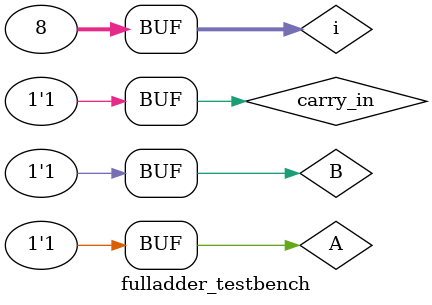
<source format=sv>
`timescale 1ns/10ps

module fulladder(A, B, carry_in, carry_out, sum);
	input logic A, B, carry_in;
	output logic carry_out, sum;
	parameter delay = 0.05;

	logic xor_out, and_out0, and_out1;
	
	xor #delay xor0 (xor_out, A, B);
	xor #delay xor1 (sum, xor_out, carry_in);
	and #delay and0 (and_out0, xor_out, carry_in);
	and #delay and1 (and_out1, A, B);
	or #delay o (carry_out, and_out0, and_out1);
endmodule

module fulladder_testbench();
	logic A, B, carry_in, carry_out, sum;

	fulladder dut(.A, .B, .carry_in, .carry_out, .sum);
	
	integer i;
	initial begin
		for (i = 0; i < 2**3; i++) begin
			{A, B, carry_in} = i; #10;
		end
	end
endmodule

</source>
